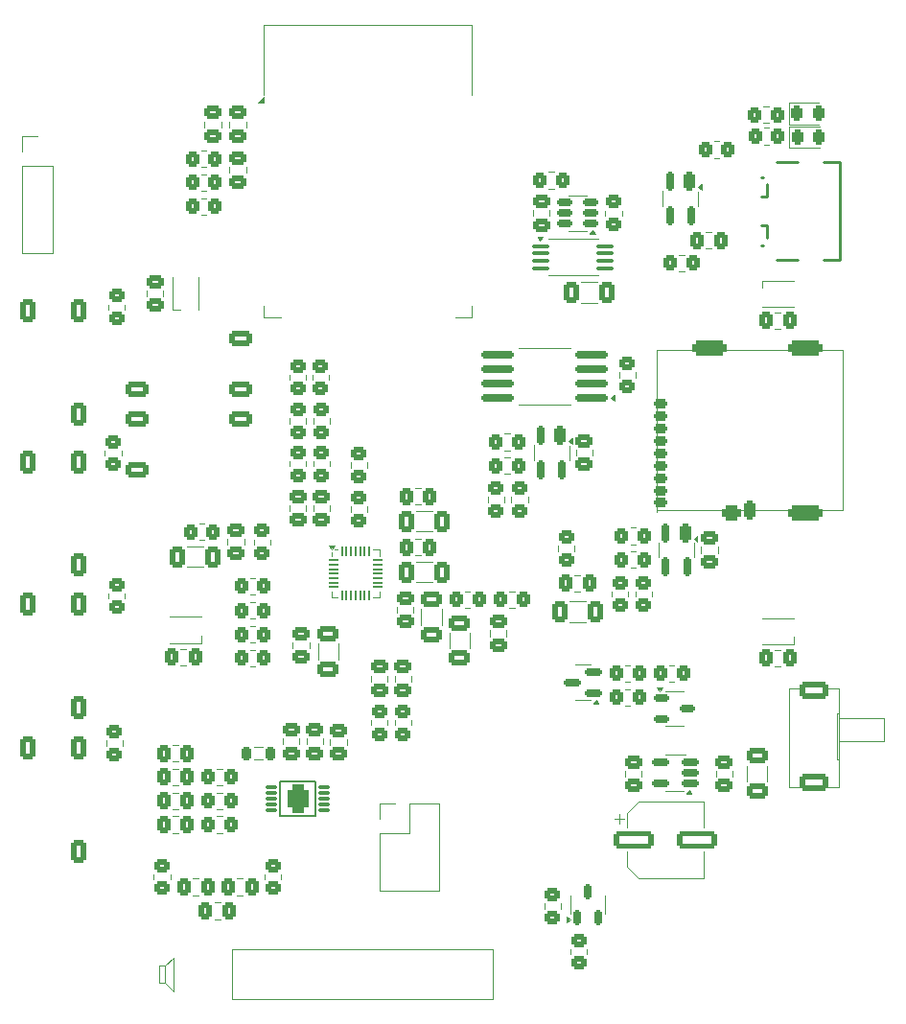
<source format=gto>
G04 #@! TF.GenerationSoftware,KiCad,Pcbnew,8.0.4*
G04 #@! TF.CreationDate,2025-04-22T11:47:14+02:00*
G04 #@! TF.ProjectId,MarvinProjekt,4d617276-696e-4507-926f-6a656b742e6b,rev?*
G04 #@! TF.SameCoordinates,Original*
G04 #@! TF.FileFunction,Legend,Top*
G04 #@! TF.FilePolarity,Positive*
%FSLAX46Y46*%
G04 Gerber Fmt 4.6, Leading zero omitted, Abs format (unit mm)*
G04 Created by KiCad (PCBNEW 8.0.4) date 2025-04-22 11:47:14*
%MOMM*%
%LPD*%
G01*
G04 APERTURE LIST*
G04 Aperture macros list*
%AMRoundRect*
0 Rectangle with rounded corners*
0 $1 Rounding radius*
0 $2 $3 $4 $5 $6 $7 $8 $9 X,Y pos of 4 corners*
0 Add a 4 corners polygon primitive as box body*
4,1,4,$2,$3,$4,$5,$6,$7,$8,$9,$2,$3,0*
0 Add four circle primitives for the rounded corners*
1,1,$1+$1,$2,$3*
1,1,$1+$1,$4,$5*
1,1,$1+$1,$6,$7*
1,1,$1+$1,$8,$9*
0 Add four rect primitives between the rounded corners*
20,1,$1+$1,$2,$3,$4,$5,0*
20,1,$1+$1,$4,$5,$6,$7,0*
20,1,$1+$1,$6,$7,$8,$9,0*
20,1,$1+$1,$8,$9,$2,$3,0*%
G04 Aperture macros list end*
%ADD10C,0.100000*%
%ADD11C,0.120000*%
%ADD12C,0.250000*%
%ADD13C,0.200000*%
%ADD14C,3.200000*%
%ADD15R,1.500000X0.900000*%
%ADD16R,0.900000X1.500000*%
%ADD17C,0.600000*%
%ADD18R,3.900000X3.900000*%
%ADD19RoundRect,0.250000X1.000000X-0.500000X1.000000X0.500000X-1.000000X0.500000X-1.000000X-0.500000X0*%
%ADD20C,1.500000*%
%ADD21RoundRect,0.200000X-0.400000X0.200000X-0.400000X-0.200000X0.400000X-0.200000X0.400000X0.200000X0*%
%ADD22RoundRect,0.325000X-0.525000X0.325000X-0.525000X-0.325000X0.525000X-0.325000X0.525000X0.325000X0*%
%ADD23RoundRect,0.250000X-0.250000X0.600000X-0.250000X-0.600000X0.250000X-0.600000X0.250000X0.600000X0*%
%ADD24RoundRect,0.325000X-1.175000X0.325000X-1.175000X-0.325000X1.175000X-0.325000X1.175000X0.325000X0*%
%ADD25C,0.750000*%
%ADD26O,2.000000X1.100000*%
%ADD27O,1.800000X1.200000*%
%ADD28R,1.300000X0.500000*%
%ADD29R,1.300000X0.280000*%
%ADD30RoundRect,0.250000X-0.650000X0.412500X-0.650000X-0.412500X0.650000X-0.412500X0.650000X0.412500X0*%
%ADD31RoundRect,0.250000X0.350000X0.450000X-0.350000X0.450000X-0.350000X-0.450000X0.350000X-0.450000X0*%
%ADD32RoundRect,0.250000X-0.350000X-0.450000X0.350000X-0.450000X0.350000X0.450000X-0.350000X0.450000X0*%
%ADD33RoundRect,0.250000X-0.450000X0.350000X-0.450000X-0.350000X0.450000X-0.350000X0.450000X0.350000X0*%
%ADD34RoundRect,0.250000X0.450000X-0.350000X0.450000X0.350000X-0.450000X0.350000X-0.450000X-0.350000X0*%
%ADD35RoundRect,0.250000X0.475000X-0.337500X0.475000X0.337500X-0.475000X0.337500X-0.475000X-0.337500X0*%
%ADD36RoundRect,0.250000X-0.412500X-0.650000X0.412500X-0.650000X0.412500X0.650000X-0.412500X0.650000X0*%
%ADD37RoundRect,0.100000X-0.637500X-0.100000X0.637500X-0.100000X0.637500X0.100000X-0.637500X0.100000X0*%
%ADD38R,0.700000X0.700000*%
%ADD39RoundRect,0.150000X-0.150000X0.700000X-0.150000X-0.700000X0.150000X-0.700000X0.150000X0.700000X0*%
%ADD40R,2.300000X2.300000*%
%ADD41RoundRect,0.050000X-0.050000X-0.362500X0.050000X-0.362500X0.050000X0.362500X-0.050000X0.362500X0*%
%ADD42RoundRect,0.050000X-0.362500X-0.050000X0.362500X-0.050000X0.362500X0.050000X-0.362500X0.050000X0*%
%ADD43RoundRect,0.250000X-0.337500X-0.475000X0.337500X-0.475000X0.337500X0.475000X-0.337500X0.475000X0*%
%ADD44RoundRect,0.250000X-0.800000X-0.450000X0.800000X-0.450000X0.800000X0.450000X-0.800000X0.450000X0*%
%ADD45R,2.100000X1.400000*%
%ADD46RoundRect,0.243750X-0.243750X-0.456250X0.243750X-0.456250X0.243750X0.456250X-0.243750X0.456250X0*%
%ADD47RoundRect,0.250000X0.450000X-0.800000X0.450000X0.800000X-0.450000X0.800000X-0.450000X-0.800000X0*%
%ADD48R,1.400000X2.100000*%
%ADD49RoundRect,0.250000X-0.475000X0.337500X-0.475000X-0.337500X0.475000X-0.337500X0.475000X0.337500X0*%
%ADD50RoundRect,0.250000X0.800000X0.450000X-0.800000X0.450000X-0.800000X-0.450000X0.800000X-0.450000X0*%
%ADD51O,1.700000X1.700000*%
%ADD52R,1.700000X1.700000*%
%ADD53RoundRect,0.250000X0.412500X0.650000X-0.412500X0.650000X-0.412500X-0.650000X0.412500X-0.650000X0*%
%ADD54RoundRect,0.475000X0.475000X-0.795000X0.475000X0.795000X-0.475000X0.795000X-0.475000X-0.795000X0*%
%ADD55RoundRect,0.075000X0.425000X-0.075000X0.425000X0.075000X-0.425000X0.075000X-0.425000X-0.075000X0*%
%ADD56RoundRect,0.150000X-0.512500X-0.150000X0.512500X-0.150000X0.512500X0.150000X-0.512500X0.150000X0*%
%ADD57R,4.570000X4.450000*%
%ADD58RoundRect,0.175000X1.250000X0.175000X-1.250000X0.175000X-1.250000X-0.175000X1.250000X-0.175000X0*%
%ADD59RoundRect,0.150000X0.512500X0.150000X-0.512500X0.150000X-0.512500X-0.150000X0.512500X-0.150000X0*%
%ADD60RoundRect,0.150000X0.150000X-0.512500X0.150000X0.512500X-0.150000X0.512500X-0.150000X-0.512500X0*%
%ADD61RoundRect,0.162500X0.617500X0.162500X-0.617500X0.162500X-0.617500X-0.162500X0.617500X-0.162500X0*%
%ADD62RoundRect,0.250000X0.337500X0.475000X-0.337500X0.475000X-0.337500X-0.475000X0.337500X-0.475000X0*%
%ADD63RoundRect,0.218750X-0.218750X-0.381250X0.218750X-0.381250X0.218750X0.381250X-0.218750X0.381250X0*%
%ADD64RoundRect,0.250000X-1.500000X-0.550000X1.500000X-0.550000X1.500000X0.550000X-1.500000X0.550000X0*%
%ADD65RoundRect,0.150000X0.587500X0.150000X-0.587500X0.150000X-0.587500X-0.150000X0.587500X-0.150000X0*%
%ADD66C,3.890000*%
%ADD67C,0.100000*%
G04 APERTURE END LIST*
G04 #@! TO.C,U10*
D10*
X106600000Y-164700000D02*
X129600000Y-164700000D01*
X129600000Y-169100000D01*
X106600000Y-169100000D01*
X106600000Y-164700000D01*
D11*
G04 #@! TO.C,U1*
X109400000Y-83040000D02*
X109400000Y-89240000D01*
X109400000Y-83040000D02*
X127800000Y-83040000D01*
X109400000Y-107890000D02*
X109400000Y-108890000D01*
X109400000Y-108890000D02*
X110900000Y-108890000D01*
X127800000Y-83040000D02*
X127800000Y-89240000D01*
X127800000Y-108890000D02*
X126300000Y-108890000D01*
X127800000Y-108890000D02*
X127800000Y-107890000D01*
X109400000Y-89915000D02*
X108900000Y-89915000D01*
X109400000Y-89415000D01*
X109400000Y-89915000D01*
G36*
X109400000Y-89915000D02*
G01*
X108900000Y-89915000D01*
X109400000Y-89415000D01*
X109400000Y-89915000D01*
G37*
D10*
G04 #@! TO.C,SW7*
X155800000Y-150400000D02*
X160200000Y-150400000D01*
X155800000Y-150400000D02*
X155800000Y-141700000D01*
X160000000Y-147900000D02*
X160000000Y-143900000D01*
X160200000Y-147900000D02*
X160000000Y-147900000D01*
X164200000Y-146300000D02*
X160200000Y-146300000D01*
X160200000Y-144300000D02*
X164200000Y-144300000D01*
X164200000Y-144300000D02*
X164200000Y-146300000D01*
X160000000Y-143900000D02*
X160200000Y-143900000D01*
X155800000Y-141700000D02*
X160200000Y-141700000D01*
X160200000Y-141700000D02*
X160200000Y-150400000D01*
G04 #@! TO.C,LS1*
X100650000Y-166150000D02*
X101450000Y-165450000D01*
X101450000Y-165450000D02*
X101450000Y-168400000D01*
X101450000Y-168400000D02*
X100650000Y-167650000D01*
X100150000Y-166150000D02*
X100650000Y-166150000D01*
X100650000Y-167650000D01*
X100150000Y-167650000D01*
X100150000Y-166150000D01*
G04 #@! TO.C,U4*
X160550000Y-111765000D02*
X160550000Y-116065000D01*
X144100000Y-111765000D02*
X160550000Y-111765000D01*
X160550000Y-115965000D02*
X160550000Y-125965000D01*
X160550000Y-125965000D02*
X144100000Y-125965000D01*
X144100000Y-126065000D02*
X144100000Y-111765000D01*
D12*
G04 #@! TO.C,X1*
X156530000Y-103840000D02*
X154720000Y-103840000D01*
X160270000Y-103840000D02*
X158800000Y-103840000D01*
X153460000Y-102520000D02*
X153300000Y-102520000D01*
X153820000Y-101880000D02*
X153820000Y-100770000D01*
X153820000Y-100770000D02*
X153300000Y-100770000D01*
X153820000Y-98270000D02*
X153300000Y-98270000D01*
X153820000Y-98270000D02*
X153820000Y-97160000D01*
X153460000Y-96520000D02*
X153300000Y-96520000D01*
X156530000Y-95200000D02*
X154720000Y-95200000D01*
X160270000Y-95200000D02*
X160270000Y-103840000D01*
X160270000Y-95200000D02*
X158800000Y-95200000D01*
D11*
G04 #@! TO.C,C15*
X116010000Y-137726248D02*
X116010000Y-139148752D01*
X114190000Y-137726248D02*
X114190000Y-139148752D01*
G04 #@! TO.C,C9*
X125110000Y-134626248D02*
X125110000Y-136048752D01*
X123290000Y-134626248D02*
X123290000Y-136048752D01*
G04 #@! TO.C,R24*
X105727064Y-152335000D02*
X105272936Y-152335000D01*
X105727064Y-150865000D02*
X105272936Y-150865000D01*
G04 #@! TO.C,R41*
X153510436Y-91735000D02*
X153964564Y-91735000D01*
X153510436Y-90265000D02*
X153964564Y-90265000D01*
G04 #@! TO.C,R46*
X96935000Y-146272936D02*
X96935000Y-146727064D01*
X95465000Y-146272936D02*
X95465000Y-146727064D01*
G04 #@! TO.C,R16*
X113135000Y-114427064D02*
X113135000Y-113972936D01*
X111665000Y-114427064D02*
X111665000Y-113972936D01*
G04 #@! TO.C,R7*
X131527064Y-134572500D02*
X131072936Y-134572500D01*
X131527064Y-133102500D02*
X131072936Y-133102500D01*
G04 #@! TO.C,R21*
X135635000Y-161127064D02*
X135635000Y-160672936D01*
X134165000Y-161127064D02*
X134165000Y-160672936D01*
G04 #@! TO.C,C40*
X138435000Y-121098752D02*
X138435000Y-120576248D01*
X136965000Y-121098752D02*
X136965000Y-120576248D01*
G04 #@! TO.C,R29*
X132735000Y-124772936D02*
X132735000Y-125227064D01*
X131265000Y-124772936D02*
X131265000Y-125227064D01*
G04 #@! TO.C,C14*
X122888748Y-132310000D02*
X124311252Y-132310000D01*
X122888748Y-130490000D02*
X124311252Y-130490000D01*
G04 #@! TO.C,U6*
X133800000Y-102165000D02*
X133560000Y-101835000D01*
X134040000Y-101835000D01*
X133800000Y-102165000D01*
G36*
X133800000Y-102165000D02*
G01*
X133560000Y-101835000D01*
X134040000Y-101835000D01*
X133800000Y-102165000D01*
G37*
X136700000Y-105210000D02*
X138900000Y-105210000D01*
X136700000Y-105210000D02*
X134500000Y-105210000D01*
X136700000Y-101990000D02*
X138900000Y-101990000D01*
X136700000Y-101990000D02*
X134500000Y-101990000D01*
G04 #@! TO.C,U12*
X156220000Y-137750000D02*
X156220000Y-137100000D01*
X156220000Y-137750000D02*
X153380000Y-137750000D01*
X156220000Y-135450000D02*
X153380000Y-135450000D01*
G04 #@! TO.C,R20*
X120335000Y-144927064D02*
X120335000Y-144472936D01*
X118865000Y-144927064D02*
X118865000Y-144472936D01*
G04 #@! TO.C,R17*
X118535000Y-121710436D02*
X118535000Y-122164564D01*
X117065000Y-121710436D02*
X117065000Y-122164564D01*
G04 #@! TO.C,R39*
X131127064Y-122735000D02*
X130672936Y-122735000D01*
X131127064Y-121265000D02*
X130672936Y-121265000D01*
G04 #@! TO.C,D2*
X147690000Y-128677500D02*
X147360000Y-128437500D01*
X147690000Y-128197500D01*
X147690000Y-128677500D01*
G36*
X147690000Y-128677500D02*
G01*
X147360000Y-128437500D01*
X147690000Y-128197500D01*
X147690000Y-128677500D01*
G37*
X147410000Y-130087500D02*
X147410000Y-128817500D01*
X144290000Y-128787500D02*
X144290000Y-130087500D01*
G04 #@! TO.C,U2*
X115390000Y-129427500D02*
X115150000Y-129097500D01*
X115630000Y-129097500D01*
X115390000Y-129427500D01*
G36*
X115390000Y-129427500D02*
G01*
X115150000Y-129097500D01*
X115630000Y-129097500D01*
X115390000Y-129427500D01*
G37*
X119610000Y-133647500D02*
X119610000Y-133097500D01*
X119610000Y-129427500D02*
X119610000Y-129977500D01*
X119060000Y-133647500D02*
X119610000Y-133647500D01*
X119060000Y-129427500D02*
X119610000Y-129427500D01*
X115940000Y-133647500D02*
X115390000Y-133647500D01*
X115940000Y-129427500D02*
X115690000Y-129427500D01*
X115390000Y-133647500D02*
X115390000Y-133097500D01*
X115390000Y-129977500D02*
X115390000Y-129667500D01*
G04 #@! TO.C,R18*
X118535000Y-125610436D02*
X118535000Y-126064564D01*
X117065000Y-125610436D02*
X117065000Y-126064564D01*
G04 #@! TO.C,R3*
X103872936Y-95635000D02*
X104327064Y-95635000D01*
X103872936Y-94165000D02*
X104327064Y-94165000D01*
G04 #@! TO.C,R42*
X142235000Y-114227064D02*
X142235000Y-113772936D01*
X140765000Y-114227064D02*
X140765000Y-113772936D01*
G04 #@! TO.C,C13*
X122851248Y-127810000D02*
X124273752Y-127810000D01*
X122851248Y-125990000D02*
X124273752Y-125990000D01*
G04 #@! TO.C,R38*
X153572936Y-93635000D02*
X154027064Y-93635000D01*
X153572936Y-92165000D02*
X154027064Y-92165000D01*
G04 #@! TO.C,C42*
X102038748Y-139635000D02*
X102561252Y-139635000D01*
X102038748Y-138165000D02*
X102561252Y-138165000D01*
G04 #@! TO.C,R25*
X101135000Y-158527064D02*
X101135000Y-158072936D01*
X99665000Y-158527064D02*
X99665000Y-158072936D01*
G04 #@! TO.C,R12*
X108627064Y-133372500D02*
X108172936Y-133372500D01*
X108627064Y-131902500D02*
X108172936Y-131902500D01*
G04 #@! TO.C,D5*
X158437500Y-89940000D02*
X155752500Y-89940000D01*
X155752500Y-91860000D02*
X158437500Y-91860000D01*
X155752500Y-89940000D02*
X155752500Y-91860000D01*
G04 #@! TO.C,C21*
X153860000Y-148488748D02*
X153860000Y-149911252D01*
X152040000Y-148488748D02*
X152040000Y-149911252D01*
G04 #@! TO.C,C34*
X136388748Y-135810000D02*
X137811252Y-135810000D01*
X136388748Y-133990000D02*
X137811252Y-133990000D01*
G04 #@! TO.C,R35*
X141035000Y-99927064D02*
X141035000Y-99472936D01*
X139565000Y-99927064D02*
X139565000Y-99472936D01*
G04 #@! TO.C,R2*
X146527064Y-104835000D02*
X146072936Y-104835000D01*
X146527064Y-103365000D02*
X146072936Y-103365000D01*
G04 #@! TO.C,R1*
X149627064Y-94835000D02*
X149172936Y-94835000D01*
X149627064Y-93365000D02*
X149172936Y-93365000D01*
G04 #@! TO.C,R51*
X115135000Y-113972936D02*
X115135000Y-114427064D01*
X113665000Y-113972936D02*
X113665000Y-114427064D01*
G04 #@! TO.C,C37*
X150785000Y-148938748D02*
X150785000Y-149461252D01*
X149315000Y-148938748D02*
X149315000Y-149461252D01*
G04 #@! TO.C,R10*
X113135000Y-117810436D02*
X113135000Y-118264564D01*
X111665000Y-117810436D02*
X111665000Y-118264564D01*
G04 #@! TO.C,R31*
X141585000Y-133110436D02*
X141585000Y-133564564D01*
X140115000Y-133110436D02*
X140115000Y-133564564D01*
G04 #@! TO.C,C23*
X116735000Y-146661252D02*
X116735000Y-146138748D01*
X115265000Y-146661252D02*
X115265000Y-146138748D01*
G04 #@! TO.C,C19*
X122435000Y-141061252D02*
X122435000Y-140538748D01*
X120965000Y-141061252D02*
X120965000Y-140538748D01*
G04 #@! TO.C,J2*
X90730000Y-95530000D02*
X90730000Y-103210000D01*
X88070000Y-103210000D02*
X90730000Y-103210000D01*
X88070000Y-95530000D02*
X90730000Y-95530000D01*
X88070000Y-95530000D02*
X88070000Y-103210000D01*
X88070000Y-94260000D02*
X88070000Y-92930000D01*
X88070000Y-92930000D02*
X89400000Y-92930000D01*
G04 #@! TO.C,R5*
X104164564Y-128572500D02*
X103710436Y-128572500D01*
X104164564Y-127102500D02*
X103710436Y-127102500D01*
G04 #@! TO.C,R30*
X136835000Y-129072936D02*
X136835000Y-129527064D01*
X135365000Y-129072936D02*
X135365000Y-129527064D01*
G04 #@! TO.C,C31*
X107038748Y-159935000D02*
X107561252Y-159935000D01*
X107038748Y-158465000D02*
X107561252Y-158465000D01*
G04 #@! TO.C,C17*
X122738748Y-129935000D02*
X123261252Y-129935000D01*
X122738748Y-128465000D02*
X123261252Y-128465000D01*
G04 #@! TO.C,C7*
X122635000Y-134476248D02*
X122635000Y-134998752D01*
X121165000Y-134476248D02*
X121165000Y-134998752D01*
G04 #@! TO.C,C24*
X114635000Y-146623752D02*
X114635000Y-146101248D01*
X113165000Y-146623752D02*
X113165000Y-146101248D01*
G04 #@! TO.C,C36*
X138811252Y-107610000D02*
X137388748Y-107610000D01*
X138811252Y-105790000D02*
X137388748Y-105790000D01*
G04 #@! TO.C,R48*
X141764564Y-143185000D02*
X141310436Y-143185000D01*
X141764564Y-141715000D02*
X141310436Y-141715000D01*
G04 #@! TO.C,R33*
X103872936Y-99835000D02*
X104327064Y-99835000D01*
X103872936Y-98365000D02*
X104327064Y-98365000D01*
G04 #@! TO.C,R8*
X113135000Y-122064564D02*
X113135000Y-121610436D01*
X111665000Y-122064564D02*
X111665000Y-121610436D01*
G04 #@! TO.C,R11*
X115235000Y-117810436D02*
X115235000Y-118264564D01*
X113765000Y-117810436D02*
X113765000Y-118264564D01*
G04 #@! TO.C,U3*
D13*
X110850000Y-149850000D02*
X113950000Y-149850000D01*
X113950000Y-152950000D01*
X110850000Y-152950000D01*
X110850000Y-149850000D01*
D11*
G04 #@! TO.C,C2*
X105635000Y-92123752D02*
X105635000Y-91601248D01*
X104165000Y-92123752D02*
X104165000Y-91601248D01*
G04 #@! TO.C,C35*
X134635000Y-99438748D02*
X134635000Y-99961252D01*
X133165000Y-99438748D02*
X133165000Y-99961252D01*
G04 #@! TO.C,R15*
X108627064Y-137635000D02*
X108172936Y-137635000D01*
X108627064Y-136165000D02*
X108172936Y-136165000D01*
G04 #@! TO.C,C6*
X102626248Y-130947500D02*
X104048752Y-130947500D01*
X102626248Y-129127500D02*
X104048752Y-129127500D01*
G04 #@! TO.C,C29*
X101338748Y-152335000D02*
X101861252Y-152335000D01*
X101338748Y-150865000D02*
X101861252Y-150865000D01*
G04 #@! TO.C,U13*
X153380000Y-107950000D02*
X156220000Y-107950000D01*
X153380000Y-105650000D02*
X156220000Y-105650000D01*
X153380000Y-105650000D02*
X153380000Y-106300000D01*
G04 #@! TO.C,C4*
X107835000Y-95638748D02*
X107835000Y-96161252D01*
X106365000Y-95638748D02*
X106365000Y-96161252D01*
G04 #@! TO.C,D1*
X148040000Y-97640000D02*
X147710000Y-97400000D01*
X148040000Y-97160000D01*
X148040000Y-97640000D01*
G36*
X148040000Y-97640000D02*
G01*
X147710000Y-97400000D01*
X148040000Y-97160000D01*
X148040000Y-97640000D01*
G37*
X147760000Y-99050000D02*
X147760000Y-97780000D01*
X144640000Y-97750000D02*
X144640000Y-99050000D01*
G04 #@! TO.C,R4*
X109972500Y-128510436D02*
X109972500Y-128964564D01*
X108502500Y-128510436D02*
X108502500Y-128964564D01*
G04 #@! TO.C,U11*
X103920000Y-137650000D02*
X103920000Y-137000000D01*
X103920000Y-137650000D02*
X101080000Y-137650000D01*
X103920000Y-135350000D02*
X101080000Y-135350000D01*
G04 #@! TO.C,Q2*
X144337500Y-141940000D02*
X144097500Y-141610000D01*
X144577500Y-141610000D01*
X144337500Y-141940000D01*
G36*
X144337500Y-141940000D02*
G01*
X144097500Y-141610000D01*
X144577500Y-141610000D01*
X144337500Y-141940000D01*
G37*
X145637500Y-145010000D02*
X146437500Y-145010000D01*
X145637500Y-145010000D02*
X144837500Y-145010000D01*
X145637500Y-141890000D02*
X146437500Y-141890000D01*
X145637500Y-141890000D02*
X144837500Y-141890000D01*
G04 #@! TO.C,D3*
X136640000Y-120077500D02*
X136310000Y-119837500D01*
X136640000Y-119597500D01*
X136640000Y-120077500D01*
G36*
X136640000Y-120077500D02*
G01*
X136310000Y-119837500D01*
X136640000Y-119597500D01*
X136640000Y-120077500D01*
G37*
X136360000Y-121487500D02*
X136360000Y-120217500D01*
X133240000Y-120187500D02*
X133240000Y-121487500D01*
G04 #@! TO.C,C32*
X105038748Y-162035000D02*
X105561252Y-162035000D01*
X105038748Y-160565000D02*
X105561252Y-160565000D01*
G04 #@! TO.C,R9*
X115235000Y-122064564D02*
X115235000Y-121610436D01*
X113765000Y-122064564D02*
X113765000Y-121610436D01*
G04 #@! TO.C,U7*
X140375000Y-116245000D02*
X140045000Y-116005000D01*
X140375000Y-115765000D01*
X140375000Y-116245000D01*
G36*
X140375000Y-116245000D02*
G01*
X140045000Y-116005000D01*
X140375000Y-115765000D01*
X140375000Y-116245000D01*
G37*
X134210000Y-116615000D02*
X136495000Y-116615000D01*
X134210000Y-116615000D02*
X131925000Y-116615000D01*
X134210000Y-111585000D02*
X136495000Y-111585000D01*
X134210000Y-111585000D02*
X131925000Y-111585000D01*
G04 #@! TO.C,U5*
X138640000Y-101540000D02*
X138160000Y-101540000D01*
X138400000Y-101210000D01*
X138640000Y-101540000D01*
G36*
X138640000Y-101540000D02*
G01*
X138160000Y-101540000D01*
X138400000Y-101210000D01*
X138640000Y-101540000D01*
G37*
X137100000Y-101260000D02*
X137900000Y-101260000D01*
X137100000Y-101260000D02*
X136300000Y-101260000D01*
X137100000Y-98140000D02*
X137900000Y-98140000D01*
X137100000Y-98140000D02*
X136300000Y-98140000D01*
G04 #@! TO.C,C28*
X101338748Y-154435000D02*
X101861252Y-154435000D01*
X101338748Y-152965000D02*
X101861252Y-152965000D01*
G04 #@! TO.C,C41*
X100535000Y-106538748D02*
X100535000Y-107061252D01*
X99065000Y-106538748D02*
X99065000Y-107061252D01*
G04 #@! TO.C,R32*
X143685000Y-133110436D02*
X143685000Y-133564564D01*
X142215000Y-133110436D02*
X142215000Y-133564564D01*
G04 #@! TO.C,R19*
X122435000Y-144927064D02*
X122435000Y-144472936D01*
X120965000Y-144927064D02*
X120965000Y-144472936D01*
G04 #@! TO.C,Q1*
X136490000Y-162100000D02*
X136160000Y-162340000D01*
X136160000Y-161860000D01*
X136490000Y-162100000D01*
G36*
X136490000Y-162100000D02*
G01*
X136160000Y-162340000D01*
X136160000Y-161860000D01*
X136490000Y-162100000D01*
G37*
X139560000Y-160800000D02*
X139560000Y-161600000D01*
X139560000Y-160800000D02*
X139560000Y-160000000D01*
X136440000Y-160800000D02*
X136440000Y-161600000D01*
X136440000Y-160800000D02*
X136440000Y-160000000D01*
G04 #@! TO.C,C43*
X154538748Y-139735000D02*
X155061252Y-139735000D01*
X154538748Y-138265000D02*
X155061252Y-138265000D01*
G04 #@! TO.C,U8*
X147190000Y-150990000D02*
X146710000Y-150990000D01*
X146950000Y-150660000D01*
X147190000Y-150990000D01*
G36*
X147190000Y-150990000D02*
G01*
X146710000Y-150990000D01*
X146950000Y-150660000D01*
X147190000Y-150990000D01*
G37*
X146650000Y-147490000D02*
X144850000Y-147490000D01*
X145650000Y-150710000D02*
X146450000Y-150710000D01*
X145650000Y-150710000D02*
X144850000Y-150710000D01*
G04 #@! TO.C,R43*
X96835000Y-120672936D02*
X96835000Y-121127064D01*
X95365000Y-120672936D02*
X95365000Y-121127064D01*
G04 #@! TO.C,C26*
X101861252Y-150235000D02*
X101338748Y-150235000D01*
X101861252Y-148765000D02*
X101338748Y-148765000D01*
G04 #@! TO.C,R44*
X97135000Y-133272936D02*
X97135000Y-133727064D01*
X95665000Y-133272936D02*
X95665000Y-133727064D01*
G04 #@! TO.C,R26*
X110935000Y-158527064D02*
X110935000Y-158072936D01*
X109465000Y-158527064D02*
X109465000Y-158072936D01*
G04 #@! TO.C,C44*
X155061252Y-109935000D02*
X154538748Y-109935000D01*
X155061252Y-108465000D02*
X154538748Y-108465000D01*
G04 #@! TO.C,J1*
X124870000Y-151830000D02*
X124870000Y-159570000D01*
X122270000Y-154430000D02*
X122270000Y-151830000D01*
X122270000Y-151830000D02*
X124870000Y-151830000D01*
X119670000Y-159570000D02*
X124870000Y-159570000D01*
X119670000Y-154430000D02*
X122270000Y-154430000D01*
X119670000Y-154430000D02*
X119670000Y-159570000D01*
X119670000Y-153160000D02*
X119670000Y-151830000D01*
X119670000Y-151830000D02*
X121000000Y-151830000D01*
G04 #@! TO.C,C25*
X112535000Y-146623752D02*
X112535000Y-146101248D01*
X111065000Y-146623752D02*
X111065000Y-146101248D01*
G04 #@! TO.C,C12*
X113135000Y-125476248D02*
X113135000Y-125998752D01*
X111665000Y-125476248D02*
X111665000Y-125998752D01*
G04 #@! TO.C,R27*
X103872936Y-97735000D02*
X104327064Y-97735000D01*
X103872936Y-96265000D02*
X104327064Y-96265000D01*
G04 #@! TO.C,R13*
X108627064Y-135522500D02*
X108172936Y-135522500D01*
X108627064Y-134052500D02*
X108172936Y-134052500D01*
G04 #@! TO.C,R50*
X141310436Y-141085000D02*
X141764564Y-141085000D01*
X141310436Y-139615000D02*
X141764564Y-139615000D01*
G04 #@! TO.C,R45*
X97135000Y-107772936D02*
X97135000Y-108227064D01*
X95665000Y-107772936D02*
X95665000Y-108227064D01*
G04 #@! TO.C,R34*
X135027064Y-97535000D02*
X134572936Y-97535000D01*
X135027064Y-96065000D02*
X134572936Y-96065000D01*
G04 #@! TO.C,R6*
X127627064Y-134572500D02*
X127172936Y-134572500D01*
X127627064Y-133102500D02*
X127172936Y-133102500D01*
G04 #@! TO.C,C20*
X120335000Y-141061252D02*
X120335000Y-140538748D01*
X118865000Y-141061252D02*
X118865000Y-140538748D01*
G04 #@! TO.C,R49*
X145210436Y-141085000D02*
X145664564Y-141085000D01*
X145210436Y-139615000D02*
X145664564Y-139615000D01*
G04 #@! TO.C,C11*
X115235000Y-125476248D02*
X115235000Y-125998752D01*
X113765000Y-125476248D02*
X113765000Y-125998752D01*
G04 #@! TO.C,C5*
X107672500Y-128476248D02*
X107672500Y-128998752D01*
X106202500Y-128476248D02*
X106202500Y-128998752D01*
G04 #@! TO.C,R14*
X108627064Y-139735000D02*
X108172936Y-139735000D01*
X108627064Y-138265000D02*
X108172936Y-138265000D01*
G04 #@! TO.C,R47*
X137935000Y-164672936D02*
X137935000Y-165127064D01*
X136465000Y-164672936D02*
X136465000Y-165127064D01*
G04 #@! TO.C,C16*
X122738748Y-125435000D02*
X123261252Y-125435000D01*
X122738748Y-123965000D02*
X123261252Y-123965000D01*
G04 #@! TO.C,FB1*
X108537878Y-147960000D02*
X109337122Y-147960000D01*
X108537878Y-146840000D02*
X109337122Y-146840000D01*
G04 #@! TO.C,R40*
X131127064Y-120635000D02*
X130672936Y-120635000D01*
X131127064Y-119165000D02*
X130672936Y-119165000D01*
G04 #@! TO.C,C1*
X148961252Y-102835000D02*
X148438748Y-102835000D01*
X148961252Y-101365000D02*
X148438748Y-101365000D01*
G04 #@! TO.C,C39*
X148260000Y-158447500D02*
X148260000Y-156097500D01*
X148260000Y-151627500D02*
X148260000Y-153977500D01*
X142504437Y-158447500D02*
X148260000Y-158447500D01*
X142504437Y-151627500D02*
X148260000Y-151627500D01*
X141440000Y-157383063D02*
X142504437Y-158447500D01*
X141440000Y-157383063D02*
X141440000Y-156097500D01*
X141440000Y-152691937D02*
X142504437Y-151627500D01*
X141440000Y-152691937D02*
X141440000Y-153977500D01*
X140806250Y-152796250D02*
X140806250Y-153583750D01*
X140412500Y-153190000D02*
X141200000Y-153190000D01*
G04 #@! TO.C,R37*
X142227064Y-128935000D02*
X141772936Y-128935000D01*
X142227064Y-127465000D02*
X141772936Y-127465000D01*
G04 #@! TO.C,C3*
X107835000Y-92123752D02*
X107835000Y-91601248D01*
X106365000Y-92123752D02*
X106365000Y-91601248D01*
G04 #@! TO.C,C10*
X127610000Y-136726248D02*
X127610000Y-138148752D01*
X125790000Y-136726248D02*
X125790000Y-138148752D01*
G04 #@! TO.C,R36*
X142227064Y-131035000D02*
X141772936Y-131035000D01*
X142227064Y-129565000D02*
X141772936Y-129565000D01*
G04 #@! TO.C,C8*
X130835000Y-136538748D02*
X130835000Y-137061252D01*
X129365000Y-136538748D02*
X129365000Y-137061252D01*
G04 #@! TO.C,C22*
X149485000Y-129698752D02*
X149485000Y-129176248D01*
X148015000Y-129698752D02*
X148015000Y-129176248D01*
G04 #@! TO.C,R28*
X130635000Y-124772936D02*
X130635000Y-125227064D01*
X129165000Y-124772936D02*
X129165000Y-125227064D01*
G04 #@! TO.C,Q3*
X138977500Y-142990000D02*
X138497500Y-142990000D01*
X138737500Y-142660000D01*
X138977500Y-142990000D01*
G36*
X138977500Y-142990000D02*
G01*
X138497500Y-142990000D01*
X138737500Y-142660000D01*
X138977500Y-142990000D01*
G37*
X137575000Y-142710000D02*
X138225000Y-142710000D01*
X137575000Y-142710000D02*
X136925000Y-142710000D01*
X137575000Y-139590000D02*
X138225000Y-139590000D01*
X137575000Y-139590000D02*
X136925000Y-139590000D01*
G04 #@! TO.C,C30*
X103138748Y-159935000D02*
X103661252Y-159935000D01*
X103138748Y-158465000D02*
X103661252Y-158465000D01*
G04 #@! TO.C,U9*
X103650000Y-108220000D02*
X103650000Y-105380000D01*
X101350000Y-108220000D02*
X102000000Y-108220000D01*
X101350000Y-108220000D02*
X101350000Y-105380000D01*
G04 #@! TO.C,R23*
X105272936Y-154435000D02*
X105727064Y-154435000D01*
X105272936Y-152965000D02*
X105727064Y-152965000D01*
G04 #@! TO.C,R22*
X105272936Y-150235000D02*
X105727064Y-150235000D01*
X105272936Y-148765000D02*
X105727064Y-148765000D01*
G04 #@! TO.C,C18*
X113435000Y-137613748D02*
X113435000Y-138136252D01*
X111965000Y-137613748D02*
X111965000Y-138136252D01*
G04 #@! TO.C,C33*
X136838748Y-133135000D02*
X137361252Y-133135000D01*
X136838748Y-131665000D02*
X137361252Y-131665000D01*
G04 #@! TO.C,C27*
X101338748Y-148135000D02*
X101861252Y-148135000D01*
X101338748Y-146665000D02*
X101861252Y-146665000D01*
G04 #@! TO.C,C38*
X142785000Y-149461252D02*
X142785000Y-148938748D01*
X141315000Y-149461252D02*
X141315000Y-148938748D01*
G04 #@! TO.C,D4*
X158500000Y-92040000D02*
X155815000Y-92040000D01*
X155815000Y-93960000D02*
X158500000Y-93960000D01*
X155815000Y-92040000D02*
X155815000Y-93960000D01*
G04 #@! TD*
%LPC*%
D14*
G04 #@! TO.C,U10*
X108800000Y-166900000D03*
X127400000Y-166900000D03*
X115000000Y-166900000D03*
X121200000Y-166900000D03*
G04 #@! TD*
D15*
G04 #@! TO.C,U1*
X109850000Y-90680000D03*
X109850000Y-91950000D03*
X109850000Y-93220000D03*
X109850000Y-94490000D03*
X109850000Y-95760000D03*
X109850000Y-97030000D03*
X109850000Y-98300000D03*
X109850000Y-99570000D03*
X109850000Y-100840000D03*
X109850000Y-102110000D03*
X109850000Y-103380000D03*
X109850000Y-104650000D03*
X109850000Y-105920000D03*
X109850000Y-107190000D03*
D16*
X111615000Y-108440000D03*
X112885000Y-108440000D03*
X114155000Y-108440000D03*
X115425000Y-108440000D03*
X116695000Y-108440000D03*
X117965000Y-108440000D03*
X119235000Y-108440000D03*
X120505000Y-108440000D03*
X121775000Y-108440000D03*
X123045000Y-108440000D03*
X124315000Y-108440000D03*
X125585000Y-108440000D03*
D15*
X127350000Y-107190000D03*
X127350000Y-105920000D03*
X127350000Y-104650000D03*
X127350000Y-103380000D03*
X127350000Y-102110000D03*
X127350000Y-100840000D03*
X127350000Y-99570000D03*
X127350000Y-98300000D03*
X127350000Y-97030000D03*
X127350000Y-95760000D03*
X127350000Y-94490000D03*
X127350000Y-93220000D03*
X127350000Y-91950000D03*
X127350000Y-90680000D03*
D17*
X115700000Y-97700000D03*
X115700000Y-99100000D03*
X116400000Y-97000000D03*
X116400000Y-98400000D03*
X116400000Y-99800000D03*
X117100000Y-97700000D03*
D18*
X117100000Y-98400000D03*
D17*
X117100000Y-99100000D03*
X117800000Y-97000000D03*
X117800000Y-98400000D03*
X117800000Y-99800000D03*
X118500000Y-97700000D03*
X118500000Y-99100000D03*
G04 #@! TD*
D19*
G04 #@! TO.C,SW7*
X158000000Y-150000000D03*
X158000000Y-141800000D03*
D20*
X158000000Y-147900000D03*
X158000000Y-145900000D03*
X158000000Y-143900000D03*
G04 #@! TD*
D14*
G04 #@! TO.C,LS1*
X97725000Y-166900000D03*
X103925000Y-166900000D03*
G04 #@! TD*
D21*
G04 #@! TO.C,U4*
X144400000Y-116545000D03*
X144400000Y-117645000D03*
X144400000Y-118745000D03*
X144400000Y-119845000D03*
X144400000Y-120945000D03*
X144400000Y-122045000D03*
X144400000Y-123145000D03*
X144400000Y-124245000D03*
X144400000Y-125245000D03*
D22*
X150700000Y-126165000D03*
D23*
X152300000Y-125965000D03*
D24*
X157250000Y-126165000D03*
X157250000Y-111635000D03*
X148750000Y-111635000D03*
G04 #@! TD*
D25*
G04 #@! TO.C,X1*
X154090000Y-102410000D03*
X154090000Y-96630000D03*
D26*
X153480000Y-103840000D03*
D27*
X157680000Y-103840000D03*
D26*
X153480000Y-95200000D03*
D27*
X157680000Y-95200000D03*
D28*
X152420000Y-102720000D03*
X152420000Y-101920000D03*
D29*
X152420000Y-100770000D03*
X152420000Y-99770000D03*
X152420000Y-99270000D03*
X152420000Y-98270000D03*
D28*
X152420000Y-97120000D03*
X152420000Y-96320000D03*
D29*
X152420000Y-97770000D03*
X152420000Y-98770000D03*
X152420000Y-100270000D03*
X152420000Y-101270000D03*
G04 #@! TD*
D30*
G04 #@! TO.C,C15*
X115100000Y-140000000D03*
X115100000Y-136875000D03*
G04 #@! TD*
G04 #@! TO.C,C9*
X124200000Y-136900000D03*
X124200000Y-133775000D03*
G04 #@! TD*
D31*
G04 #@! TO.C,R24*
X104500000Y-151600000D03*
X106500000Y-151600000D03*
G04 #@! TD*
D32*
G04 #@! TO.C,R41*
X154737500Y-91000000D03*
X152737500Y-91000000D03*
G04 #@! TD*
D33*
G04 #@! TO.C,R46*
X96200000Y-147500000D03*
X96200000Y-145500000D03*
G04 #@! TD*
D34*
G04 #@! TO.C,R16*
X112400000Y-113200000D03*
X112400000Y-115200000D03*
G04 #@! TD*
D31*
G04 #@! TO.C,R7*
X130300000Y-133837500D03*
X132300000Y-133837500D03*
G04 #@! TD*
D34*
G04 #@! TO.C,R21*
X134900000Y-159900000D03*
X134900000Y-161900000D03*
G04 #@! TD*
D35*
G04 #@! TO.C,C40*
X137700000Y-119800000D03*
X137700000Y-121875000D03*
G04 #@! TD*
D33*
G04 #@! TO.C,R29*
X132000000Y-126000000D03*
X132000000Y-124000000D03*
G04 #@! TD*
D36*
G04 #@! TO.C,C14*
X125162500Y-131400000D03*
X122037500Y-131400000D03*
G04 #@! TD*
D37*
G04 #@! TO.C,U6*
X139562500Y-102625000D03*
X139562500Y-103275000D03*
X139562500Y-103925000D03*
X139562500Y-104575000D03*
X133837500Y-104575000D03*
X133837500Y-103925000D03*
X133837500Y-103275000D03*
X133837500Y-102625000D03*
G04 #@! TD*
D38*
G04 #@! TO.C,U12*
X153885000Y-137150000D03*
X153885000Y-136050000D03*
X155715000Y-136050000D03*
X155715000Y-137150000D03*
G04 #@! TD*
D34*
G04 #@! TO.C,R20*
X119600000Y-143700000D03*
X119600000Y-145700000D03*
G04 #@! TD*
D33*
G04 #@! TO.C,R17*
X117800000Y-122937500D03*
X117800000Y-120937500D03*
G04 #@! TD*
D31*
G04 #@! TO.C,R39*
X129900000Y-122000000D03*
X131900000Y-122000000D03*
G04 #@! TD*
D39*
G04 #@! TO.C,D2*
X146800000Y-130937500D03*
X144900000Y-130937500D03*
X144900000Y-127937500D03*
D23*
X146600000Y-127937500D03*
G04 #@! TD*
D40*
G04 #@! TO.C,U2*
X117500000Y-131537500D03*
D41*
X116300000Y-129600000D03*
X116700000Y-129600000D03*
X117100000Y-129600000D03*
X117500000Y-129600000D03*
X117900000Y-129600000D03*
X118300000Y-129600000D03*
X118700000Y-129600000D03*
D42*
X119437500Y-130337500D03*
X119437500Y-130737500D03*
X119437500Y-131137500D03*
X119437500Y-131537500D03*
X119437500Y-131937500D03*
X119437500Y-132337500D03*
X119437500Y-132737500D03*
D41*
X118700000Y-133475000D03*
X118300000Y-133475000D03*
X117900000Y-133475000D03*
X117500000Y-133475000D03*
X117100000Y-133475000D03*
X116700000Y-133475000D03*
X116300000Y-133475000D03*
D42*
X115562500Y-132737500D03*
X115562500Y-132337500D03*
X115562500Y-131937500D03*
X115562500Y-131537500D03*
X115562500Y-131137500D03*
X115562500Y-130737500D03*
X115562500Y-130337500D03*
G04 #@! TD*
D33*
G04 #@! TO.C,R18*
X117800000Y-126837500D03*
X117800000Y-124837500D03*
G04 #@! TD*
D32*
G04 #@! TO.C,R3*
X105100000Y-94900000D03*
X103100000Y-94900000D03*
G04 #@! TD*
D34*
G04 #@! TO.C,R42*
X141500000Y-113000000D03*
X141500000Y-115000000D03*
G04 #@! TD*
D36*
G04 #@! TO.C,C13*
X125125000Y-126900000D03*
X122000000Y-126900000D03*
G04 #@! TD*
D32*
G04 #@! TO.C,R38*
X154800000Y-92900000D03*
X152800000Y-92900000D03*
G04 #@! TD*
D43*
G04 #@! TO.C,C42*
X103337500Y-138900000D03*
X101262500Y-138900000D03*
G04 #@! TD*
D44*
G04 #@! TO.C,SW2*
X107350000Y-110729456D03*
X107350000Y-115229456D03*
X98250000Y-115229456D03*
D45*
X98250000Y-110729456D03*
G04 #@! TD*
D34*
G04 #@! TO.C,R25*
X100400000Y-157300000D03*
X100400000Y-159300000D03*
G04 #@! TD*
D31*
G04 #@! TO.C,R12*
X107400000Y-132637500D03*
X109400000Y-132637500D03*
G04 #@! TD*
D46*
G04 #@! TO.C,D5*
X158375000Y-90900000D03*
X156500000Y-90900000D03*
G04 #@! TD*
D30*
G04 #@! TO.C,C21*
X152950000Y-150762500D03*
X152950000Y-147637500D03*
G04 #@! TD*
D36*
G04 #@! TO.C,C34*
X138662500Y-134900000D03*
X135537500Y-134900000D03*
G04 #@! TD*
D34*
G04 #@! TO.C,R35*
X140300000Y-98700000D03*
X140300000Y-100700000D03*
G04 #@! TD*
D47*
G04 #@! TO.C,SW6*
X88529456Y-146950000D03*
X93029456Y-146950000D03*
X93029456Y-156050000D03*
D48*
X88529456Y-156050000D03*
G04 #@! TD*
D31*
G04 #@! TO.C,R2*
X145300000Y-104100000D03*
X147300000Y-104100000D03*
G04 #@! TD*
G04 #@! TO.C,R1*
X148400000Y-94100000D03*
X150400000Y-94100000D03*
G04 #@! TD*
D33*
G04 #@! TO.C,R51*
X114400000Y-115200000D03*
X114400000Y-113200000D03*
G04 #@! TD*
D47*
G04 #@! TO.C,SW3*
X88529456Y-121650000D03*
X93029456Y-121650000D03*
X93029456Y-130750000D03*
D48*
X88529456Y-130750000D03*
G04 #@! TD*
D49*
G04 #@! TO.C,C37*
X150050000Y-150237500D03*
X150050000Y-148162500D03*
G04 #@! TD*
D33*
G04 #@! TO.C,R10*
X112400000Y-119037500D03*
X112400000Y-117037500D03*
G04 #@! TD*
D50*
G04 #@! TO.C,SW1*
X98250000Y-122370544D03*
X98250000Y-117870544D03*
X107350000Y-117870544D03*
D45*
X107350000Y-122370544D03*
G04 #@! TD*
D33*
G04 #@! TO.C,R31*
X140850000Y-134337500D03*
X140850000Y-132337500D03*
G04 #@! TD*
D35*
G04 #@! TO.C,C23*
X116000000Y-145362500D03*
X116000000Y-147437500D03*
G04 #@! TD*
G04 #@! TO.C,C19*
X121700000Y-139762500D03*
X121700000Y-141837500D03*
G04 #@! TD*
D51*
G04 #@! TO.C,J2*
X89400000Y-101880000D03*
X89400000Y-99340000D03*
X89400000Y-96800000D03*
D52*
X89400000Y-94260000D03*
G04 #@! TD*
D31*
G04 #@! TO.C,R5*
X102937500Y-127837500D03*
X104937500Y-127837500D03*
G04 #@! TD*
D33*
G04 #@! TO.C,R30*
X136100000Y-130300000D03*
X136100000Y-128300000D03*
G04 #@! TD*
D14*
G04 #@! TO.C,REF\u002A\u002A*
X90700000Y-86600000D03*
G04 #@! TD*
D43*
G04 #@! TO.C,C31*
X108337500Y-159200000D03*
X106262500Y-159200000D03*
G04 #@! TD*
G04 #@! TO.C,C17*
X124037500Y-129200000D03*
X121962500Y-129200000D03*
G04 #@! TD*
D49*
G04 #@! TO.C,C7*
X121900000Y-135775000D03*
X121900000Y-133700000D03*
G04 #@! TD*
D35*
G04 #@! TO.C,C24*
X113900000Y-145325000D03*
X113900000Y-147400000D03*
G04 #@! TD*
D53*
G04 #@! TO.C,C36*
X136537500Y-106700000D03*
X139662500Y-106700000D03*
G04 #@! TD*
D47*
G04 #@! TO.C,SW4*
X88529456Y-108350000D03*
X93029456Y-108350000D03*
X93029456Y-117450000D03*
D48*
X88529456Y-117450000D03*
G04 #@! TD*
D31*
G04 #@! TO.C,R48*
X140537500Y-142450000D03*
X142537500Y-142450000D03*
G04 #@! TD*
D32*
G04 #@! TO.C,R33*
X105100000Y-99100000D03*
X103100000Y-99100000D03*
G04 #@! TD*
D34*
G04 #@! TO.C,R8*
X112400000Y-120837500D03*
X112400000Y-122837500D03*
G04 #@! TD*
D33*
G04 #@! TO.C,R11*
X114500000Y-119037500D03*
X114500000Y-117037500D03*
G04 #@! TD*
D54*
G04 #@! TO.C,U3*
X112400000Y-151400000D03*
D55*
X114700000Y-150400000D03*
X114700000Y-150900000D03*
X114700000Y-151400000D03*
X114700000Y-151900000D03*
X114700000Y-152400000D03*
X110100000Y-152400000D03*
X110100000Y-151900000D03*
X110100000Y-151400000D03*
X110100000Y-150900000D03*
X110100000Y-150400000D03*
G04 #@! TD*
D35*
G04 #@! TO.C,C2*
X104900000Y-90825000D03*
X104900000Y-92900000D03*
G04 #@! TD*
D49*
G04 #@! TO.C,C35*
X133900000Y-100737500D03*
X133900000Y-98662500D03*
G04 #@! TD*
D31*
G04 #@! TO.C,R15*
X107400000Y-136900000D03*
X109400000Y-136900000D03*
G04 #@! TD*
D36*
G04 #@! TO.C,C6*
X104900000Y-130037500D03*
X101775000Y-130037500D03*
G04 #@! TD*
D43*
G04 #@! TO.C,C29*
X102637500Y-151600000D03*
X100562500Y-151600000D03*
G04 #@! TD*
D38*
G04 #@! TO.C,U13*
X155715000Y-106250000D03*
X155715000Y-107350000D03*
X153885000Y-107350000D03*
X153885000Y-106250000D03*
G04 #@! TD*
D49*
G04 #@! TO.C,C4*
X107100000Y-96937500D03*
X107100000Y-94862500D03*
G04 #@! TD*
D39*
G04 #@! TO.C,D1*
X147150000Y-99900000D03*
X145250000Y-99900000D03*
X145250000Y-96900000D03*
D23*
X146950000Y-96900000D03*
G04 #@! TD*
D33*
G04 #@! TO.C,R4*
X109237500Y-129737500D03*
X109237500Y-127737500D03*
G04 #@! TD*
D38*
G04 #@! TO.C,U11*
X101585000Y-137050000D03*
X101585000Y-135950000D03*
X103415000Y-135950000D03*
X103415000Y-137050000D03*
G04 #@! TD*
D56*
G04 #@! TO.C,Q2*
X146775000Y-143450000D03*
X144500000Y-144400000D03*
X144500000Y-142500000D03*
G04 #@! TD*
D39*
G04 #@! TO.C,D3*
X135750000Y-122337500D03*
X133850000Y-122337500D03*
X133850000Y-119337500D03*
D23*
X135550000Y-119337500D03*
G04 #@! TD*
D43*
G04 #@! TO.C,C32*
X106337500Y-161300000D03*
X104262500Y-161300000D03*
G04 #@! TD*
D34*
G04 #@! TO.C,R9*
X114500000Y-120837500D03*
X114500000Y-122837500D03*
G04 #@! TD*
D57*
G04 #@! TO.C,U7*
X134210000Y-114100000D03*
D58*
X130060000Y-116005000D03*
X130060000Y-114735000D03*
X130060000Y-113465000D03*
X130060000Y-112195000D03*
X138360000Y-112195000D03*
X138360000Y-113465000D03*
X138360000Y-114735000D03*
X138360000Y-116005000D03*
G04 #@! TD*
D59*
G04 #@! TO.C,U5*
X135962500Y-100650000D03*
X135962500Y-99700000D03*
X135962500Y-98750000D03*
X138237500Y-98750000D03*
X138237500Y-99700000D03*
X138237500Y-100650000D03*
G04 #@! TD*
D43*
G04 #@! TO.C,C28*
X102637500Y-153700000D03*
X100562500Y-153700000D03*
G04 #@! TD*
D49*
G04 #@! TO.C,C41*
X99800000Y-107837500D03*
X99800000Y-105762500D03*
G04 #@! TD*
D33*
G04 #@! TO.C,R32*
X142950000Y-134337500D03*
X142950000Y-132337500D03*
G04 #@! TD*
D34*
G04 #@! TO.C,R19*
X121700000Y-143700000D03*
X121700000Y-145700000D03*
G04 #@! TD*
D60*
G04 #@! TO.C,Q1*
X138000000Y-159662500D03*
X138950000Y-161937500D03*
X137050000Y-161937500D03*
G04 #@! TD*
D43*
G04 #@! TO.C,C43*
X155837500Y-139000000D03*
X153762500Y-139000000D03*
G04 #@! TD*
D61*
G04 #@! TO.C,U8*
X144400000Y-150050000D03*
X144400000Y-148150000D03*
X147100000Y-148150000D03*
X147100000Y-149100000D03*
X147100000Y-150050000D03*
G04 #@! TD*
D33*
G04 #@! TO.C,R43*
X96100000Y-121900000D03*
X96100000Y-119900000D03*
G04 #@! TD*
D62*
G04 #@! TO.C,C26*
X100562500Y-149500000D03*
X102637500Y-149500000D03*
G04 #@! TD*
D33*
G04 #@! TO.C,R44*
X96400000Y-134500000D03*
X96400000Y-132500000D03*
G04 #@! TD*
D34*
G04 #@! TO.C,R26*
X110200000Y-157300000D03*
X110200000Y-159300000D03*
G04 #@! TD*
D62*
G04 #@! TO.C,C44*
X153762500Y-109200000D03*
X155837500Y-109200000D03*
G04 #@! TD*
D14*
G04 #@! TO.C,REF\u002A\u002A*
X90700000Y-165700000D03*
G04 #@! TD*
D51*
G04 #@! TO.C,J1*
X123540000Y-158240000D03*
X121000000Y-158240000D03*
X123540000Y-155700000D03*
X121000000Y-155700000D03*
X123540000Y-153160000D03*
D52*
X121000000Y-153160000D03*
G04 #@! TD*
D35*
G04 #@! TO.C,C25*
X111800000Y-145325000D03*
X111800000Y-147400000D03*
G04 #@! TD*
D49*
G04 #@! TO.C,C12*
X112400000Y-126775000D03*
X112400000Y-124700000D03*
G04 #@! TD*
D32*
G04 #@! TO.C,R27*
X105100000Y-97000000D03*
X103100000Y-97000000D03*
G04 #@! TD*
D31*
G04 #@! TO.C,R13*
X107400000Y-134787500D03*
X109400000Y-134787500D03*
G04 #@! TD*
D32*
G04 #@! TO.C,R50*
X142537500Y-140350000D03*
X140537500Y-140350000D03*
G04 #@! TD*
D33*
G04 #@! TO.C,R45*
X96400000Y-109000000D03*
X96400000Y-107000000D03*
G04 #@! TD*
D31*
G04 #@! TO.C,R34*
X133800000Y-96800000D03*
X135800000Y-96800000D03*
G04 #@! TD*
G04 #@! TO.C,R6*
X126400000Y-133837500D03*
X128400000Y-133837500D03*
G04 #@! TD*
D35*
G04 #@! TO.C,C20*
X119600000Y-139762500D03*
X119600000Y-141837500D03*
G04 #@! TD*
D32*
G04 #@! TO.C,R49*
X146437500Y-140350000D03*
X144437500Y-140350000D03*
G04 #@! TD*
D49*
G04 #@! TO.C,C11*
X114500000Y-126775000D03*
X114500000Y-124700000D03*
G04 #@! TD*
G04 #@! TO.C,C5*
X106937500Y-129775000D03*
X106937500Y-127700000D03*
G04 #@! TD*
D31*
G04 #@! TO.C,R14*
X107400000Y-139000000D03*
X109400000Y-139000000D03*
G04 #@! TD*
D33*
G04 #@! TO.C,R47*
X137200000Y-165900000D03*
X137200000Y-163900000D03*
G04 #@! TD*
D43*
G04 #@! TO.C,C16*
X124037500Y-124700000D03*
X121962500Y-124700000D03*
G04 #@! TD*
D63*
G04 #@! TO.C,FB1*
X110000000Y-147400000D03*
X107875000Y-147400000D03*
G04 #@! TD*
D31*
G04 #@! TO.C,R40*
X129900000Y-119900000D03*
X131900000Y-119900000D03*
G04 #@! TD*
D14*
G04 #@! TO.C,REF\u002A\u002A*
X156100000Y-86400000D03*
G04 #@! TD*
D62*
G04 #@! TO.C,C1*
X147662500Y-102100000D03*
X149737500Y-102100000D03*
G04 #@! TD*
D64*
G04 #@! TO.C,C39*
X147650000Y-155037500D03*
X142050000Y-155037500D03*
G04 #@! TD*
D31*
G04 #@! TO.C,R37*
X141000000Y-128200000D03*
X143000000Y-128200000D03*
G04 #@! TD*
D35*
G04 #@! TO.C,C3*
X107100000Y-90825000D03*
X107100000Y-92900000D03*
G04 #@! TD*
D30*
G04 #@! TO.C,C10*
X126700000Y-139000000D03*
X126700000Y-135875000D03*
G04 #@! TD*
D31*
G04 #@! TO.C,R36*
X141000000Y-130300000D03*
X143000000Y-130300000D03*
G04 #@! TD*
D49*
G04 #@! TO.C,C8*
X130100000Y-137837500D03*
X130100000Y-135762500D03*
G04 #@! TD*
D35*
G04 #@! TO.C,C22*
X148750000Y-128400000D03*
X148750000Y-130475000D03*
G04 #@! TD*
D33*
G04 #@! TO.C,R28*
X129900000Y-126000000D03*
X129900000Y-124000000D03*
G04 #@! TD*
D65*
G04 #@! TO.C,Q3*
X136637500Y-141150000D03*
X138512500Y-140200000D03*
X138512500Y-142100000D03*
G04 #@! TD*
D43*
G04 #@! TO.C,C30*
X104437500Y-159200000D03*
X102362500Y-159200000D03*
G04 #@! TD*
D38*
G04 #@! TO.C,U9*
X101950000Y-105885000D03*
X103050000Y-105885000D03*
X103050000Y-107715000D03*
X101950000Y-107715000D03*
G04 #@! TD*
D32*
G04 #@! TO.C,R23*
X106500000Y-153700000D03*
X104500000Y-153700000D03*
G04 #@! TD*
G04 #@! TO.C,R22*
X106500000Y-149500000D03*
X104500000Y-149500000D03*
G04 #@! TD*
D49*
G04 #@! TO.C,C18*
X112700000Y-138912500D03*
X112700000Y-136837500D03*
G04 #@! TD*
D43*
G04 #@! TO.C,C33*
X138137500Y-132400000D03*
X136062500Y-132400000D03*
G04 #@! TD*
D47*
G04 #@! TO.C,SW5*
X88529456Y-134250000D03*
X93029456Y-134250000D03*
X93029456Y-143350000D03*
D48*
X88529456Y-143350000D03*
G04 #@! TD*
D43*
G04 #@! TO.C,C27*
X102637500Y-147400000D03*
X100562500Y-147400000D03*
G04 #@! TD*
D35*
G04 #@! TO.C,C38*
X142050000Y-148162500D03*
X142050000Y-150237500D03*
G04 #@! TD*
D46*
G04 #@! TO.C,D4*
X158437500Y-93000000D03*
X156562500Y-93000000D03*
G04 #@! TD*
D66*
G04 #@! TO.C,BT1*
X141600000Y-165100000D03*
X141600000Y-93500000D03*
D67*
X133600000Y-93500000D03*
X149600000Y-106700000D03*
X133600000Y-151900000D03*
G04 #@! TD*
D14*
G04 #@! TO.C,REF\u002A\u002A*
X156200000Y-165700000D03*
G04 #@! TD*
%LPD*%
M02*

</source>
